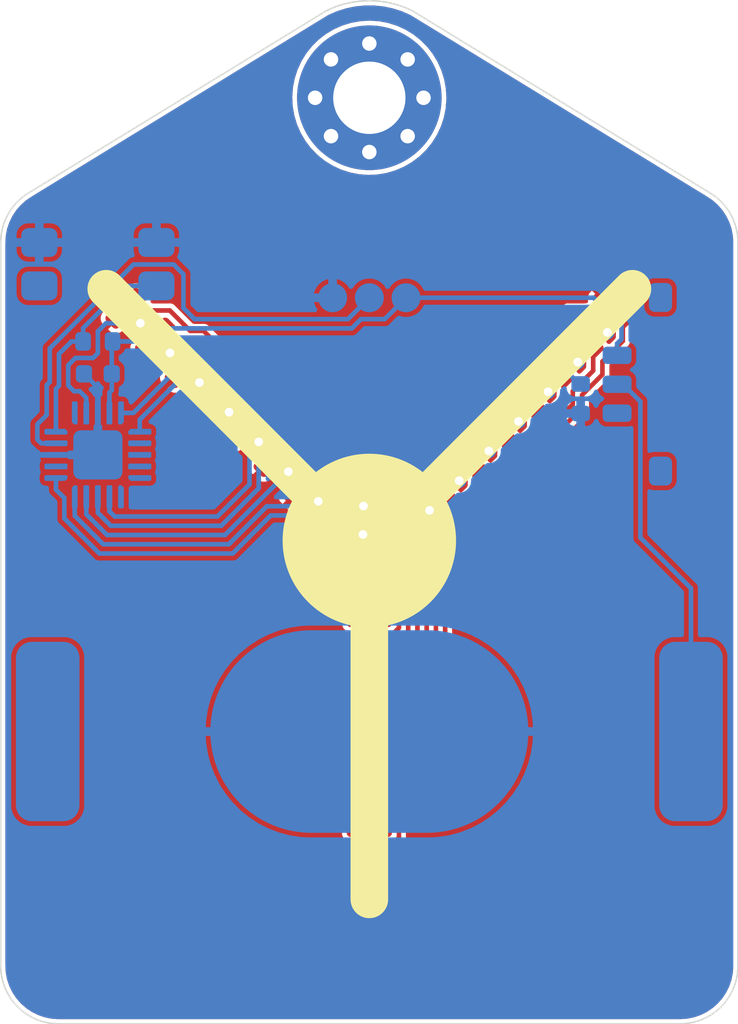
<source format=kicad_pcb>
(kicad_pcb (version 20210722) (generator pcbnew)
  (title_block (title "Flux Condenser") (date "2021-06-25") (rev "3A") (company "Curious Minds Development | Hojadurdy Durdygylyjov") (comment 1 "Mini version of Flux Capacitor from Back to the Future") (comment 2 "CC Attribution-ShareAlike 4.0 International"))
  (layers (0 "F.Cu" signal) (31 "B.Cu" signal) (34 "B.Paste" user) (35 "F.Paste" user) (36 "B.SilkS" user "B.Silkscreen") (37 "F.SilkS" user "F.Silkscreen") (38 "B.Mask" user) (39 "F.Mask" user) (44 "Edge.Cuts" user))
  (net 0 "")
  (net 1 "Net-(BT1-Pad1)")
  (net 2 "GND")
  (net 3 "VDD")
  (net 4 "CLR")
  (net 5 "LED1")
  (net 6 "LED2")
  (net 7 "LED3")
  (net 8 "LED4")
  (net 9 "LED5")
  (net 10 "LED6")
  (net 11 "LED7")
  (net 12 "LED8")
  (net 13 "UPDI")
  (net 14 "BTN")
  (footprint "HDMod_LED_SMD:LED_0402_1005Metric" (layer "F.Cu") (at 151.175 88.275 -45)
    (fp_text reference "D31" hide)
    (fp_text value "TR1" hide)
  )
  (footprint "HDMod_LED_SMD:LED_0402_1005Metric" (layer "F.Cu") (at 148.1 91.35 -45)
    (fp_text reference "D34" hide)
    (fp_text value "TR4" hide)
  )
  (footprint "HDMod_LED_SMD:LED_0402_1005Metric" (layer "F.Cu") (at 142.75 101.9)
    (fp_text reference "D25" hide)
    (fp_text value "BM5" hide)
  )
  (footprint "Footprints:Flux_Capacitor(F_SM)" (layer "F.Cu") (at 135.975 102.875)
    (fp_text reference "G***" hide)
    (fp_text value "LOGO" hide)
  )
  (footprint "svg2mod" (layer "F.Cu") (at 142.75 86.575)
    (fp_text reference "svg2mod" hide)
    (fp_text value "G***" hide)
  )
  (footprint "HDMod_LED_SMD:LED_0402_1005Metric" (layer "F.Cu") (at 146.05 93.4 -45)
    (fp_text reference "D36" hide)
    (fp_text value "TR6" hide)
  )
  (footprint "HDMod_LED_SMD:LED_0402_1005Metric" (layer "F.Cu") (at 142.75 97.55)
    (fp_text reference "D28" hide)
    (fp_text value "BM8" hide)
  )
  (footprint "HDMod_LED_SMD:LED_0402_1005Metric" (layer "F.Cu") (at 142.75 107.7)
    (fp_text reference "D21" hide)
    (fp_text value "BM1" hide)
  )
  (footprint "HDMod_LED_SMD:LED_0402_1005Metric" (layer "F.Cu") (at 139.45 93.4 45)
    (fp_text reference "D16" hide)
    (fp_text value "TL6" hide)
  )
  (footprint "HDMod_LED_SMD:LED_0402_1005Metric" (layer "F.Cu") (at 142.75 103.35)
    (fp_text reference "D24" hide)
    (fp_text value "BM4" hide)
  )
  (footprint "Footprints:DeLorean(F_SM)" (layer "F.Cu") (at 149.775 102.525)
    (fp_text reference "G***" hide)
    (fp_text value "LOGO" hide)
  )
  (footprint "HDMod_LED_SMD:LED_0402_1005Metric" (layer "F.Cu") (at 135.35 89.3 45)
    (fp_text reference "D12" hide)
    (fp_text value "TL2" hide)
  )
  (footprint "HDMod_LED_SMD:LED_0402_1005Metric" (layer "F.Cu") (at 134.325 88.275 45)
    (fp_text reference "D11" hide)
    (fp_text value "TL1" hide)
  )
  (footprint "HDMod_LED_SMD:LED_0402_1005Metric" (layer "F.Cu") (at 136.375 90.325 45)
    (fp_text reference "D13" hide)
    (fp_text value "TL3" hide)
  )
  (footprint "HDMod_LED_SMD:LED_0402_1005Metric" (layer "F.Cu") (at 142.75 104.8)
    (fp_text reference "D23" hide)
    (fp_text value "BM3" hide)
  )
  (footprint "HDMod_LED_SMD:LED_0402_1005Metric" (layer "F.Cu") (at 149.125 90.325 -45)
    (fp_text reference "D33" hide)
    (fp_text value "TR3" hide)
  )
  (footprint "HDMod_LED_SMD:LED_0402_1005Metric" (layer "F.Cu") (at 144 95.45 -45)
    (fp_text reference "D38" hide)
    (fp_text value "TR8" hide)
  )
  (footprint "HDMod_LED_SMD:LED_0402_1005Metric" (layer "F.Cu") (at 145.025 94.425 -45)
    (fp_text reference "D37" hide)
    (fp_text value "TR7" hide)
  )
  (footprint "HDMod_LED_SMD:LED_0402_1005Metric" (layer "F.Cu") (at 138.425 92.375 45)
    (fp_text reference "D15" hide)
    (fp_text value "TL5" hide)
  )
  (footprint "HDMod_LED_SMD:LED_0402_1005Metric" (layer "F.Cu") (at 150.15 89.3 -45)
    (fp_text reference "D32" hide)
    (fp_text value "TR2" hide)
  )
  (footprint "HDMod_LED_SMD:LED_0402_1005Metric" (layer "F.Cu") (at 142.75 106.25)
    (fp_text reference "D22" hide)
    (fp_text value "BM2" hide)
  )
  (footprint "HDMod_LED_SMD:LED_0402_1005Metric" (layer "F.Cu") (at 140.475 94.425 45)
    (fp_text reference "D17" hide)
    (fp_text value "TL7" hide)
  )
  (footprint "HDMod_LED_SMD:LED_0402_1005Metric" (layer "F.Cu") (at 137.4 91.35 45)
    (fp_text reference "D14" hide)
    (fp_text value "TL4" hide)
  )
  (footprint "HDMod_LED_SMD:LED_0402_1005Metric" (layer "F.Cu") (at 142.75 99)
    (fp_text reference "D27" hide)
    (fp_text value "BM7" hide)
  )
  (footprint "MountingHole:MountingHole_2.5mm_Pad_Via" (layer "F.Cu") (at 142.75 81)
    (fp_text reference "REF**" hide)
    (fp_text value "MountingHole_2.5mm_Pad_Via" hide)
  )
  (footprint "HDMod_LED_SMD:LED_0402_1005Metric" (layer "F.Cu") (at 147.075 92.375 -45)
    (fp_text reference "D35" hide)
    (fp_text value "TR5" hide)
  )
  (footprint "HDMod_LED_SMD:LED_0402_1005Metric" (layer "F.Cu") (at 141.5 95.45 45)
    (fp_text reference "D18" hide)
    (fp_text value "TL8" hide)
  )
  (footprint "HDMod_LED_SMD:LED_0402_1005Metric" (layer "F.Cu") (at 142.75 100.45)
    (fp_text reference "D26" hide)
    (fp_text value "BM6" hide)
  )
  (footprint "svg2mod" (layer "B.Cu") (at 154.7 88.6 90)
    (fp_text reference "svg2mod" hide)
    (fp_text value "G***" hide)
  )
  (footprint "svg2mod" (layer "B.Cu") (at 142.75 85.47 180)
    (fp_text reference "svg2mod" hide)
    (fp_text value "G***" hide)
  )
  (footprint "HDMod_Battery_Holder_SMD:CR2032_Metal_Battery_Holder" (layer "B.Cu") (at 142.75 102.9 180)
    (fp_text reference "BT1")
    (fp_text value "CR2032")
  )
  (footprint "HDMod_DFN_QFN:VQFN-20-1EP_3x3mm_P0.4mm_EP1.7x1.7mm" (layer "B.Cu") (at 133.36 93.34 -90)
    (fp_text reference "U1" hide)
    (fp_text value "ATtiny816-M" hide)
  )
  (footprint "HDMod_Switch_SMD:SW_Push_KH" (layer "B.Cu") (at 133.36 86.75 180)
    (fp_text reference "SW2" hide)
    (fp_text value "Button" hide)
  )
  (footprint "HDMod_Resistor_SMD:R_0402_1005Metric" (layer "B.Cu") (at 150.06 91.4 -90)
    (fp_text reference "R2" hide)
    (fp_text value "510" hide)
  )
  (footprint "HDMod_Switch_SMD:SSAJ120100" (layer "B.Cu") (at 152.82 90.9 -90)
    (fp_text reference "SW1")
    (fp_text value "On/Off" hide)
  )
  (footprint "HDMod_Resistor_SMD:R_0402_1005Metric" (layer "B.Cu") (at 133.36 89.42 180)
    (fp_text reference "R1" hide)
    (fp_text value "10K" hide)
  )
  (footprint "HDMod_Capacitor_SMD:C_0402_1005Metric" (layer "B.Cu") (at 133.36 90.54 180)
    (fp_text reference "C1" hide)
    (fp_text value "100nF" hide)
  )
  (footprint "svg2mod" (layer "B.Cu") (at 133.36 84.69 180)
    (fp_text reference "svg2mod" hide)
    (fp_text value "G***" hide)
  )
  (footprint "svg2mod" (layer "B.Cu") (at 154.7 93.5 90)
    (fp_text reference "svg2mod" hide)
    (fp_text value "G***" hide)
  )
  (footprint "HDMod_Testing_and_Programming_PAD:PogoPad_1x03_P1.27mm" (layer "B.Cu") (at 142.75 87.91 180)
    (fp_text reference "J1" hide)
    (fp_text value "UPDI_PAD" hide)
  )
  (gr_line (start 142.85 96.6) (end 151.85 87.6) (layer "F.SilkS") (width 1.3))
  (gr_circle (center 142.75 96.3) (end 143.25 96.3) (layer "F.SilkS") (width 2.5) (fill none))
  (gr_line (start 142.75 108.7) (end 142.75 96.6) (layer "F.SilkS") (width 1.3))
  (gr_line (start 142.65 96.6) (end 133.65 87.6) (layer "F.SilkS") (width 1.3))
  (gr_line (start 130 111) (end 130 86) (layer "Edge.Cuts") (width 0.05))
  (gr_arc (start 153.5 111) (end 153.5 113) (angle -90) (layer "Edge.Cuts") (width 0.05))
  (gr_line (start 141.25 78.000001) (end 130.98596 84.276132) (layer "Edge.Cuts") (width 0.05))
  (gr_line (start 154.51404 84.276132) (end 144.249999 78.000001) (layer "Edge.Cuts") (width 0.05))
  (gr_arc (start 142.75 81) (end 144.249999 78.000001) (angle -53.13010235) (layer "Edge.Cuts") (width 0.05))
  (gr_arc (start 132 86) (end 130 86) (angle 59.53445508) (layer "Edge.Cuts") (width 0.05))
  (gr_line (start 155.5 86) (end 155.5 111) (layer "Edge.Cuts") (width 0.05))
  (gr_arc (start 132 111) (end 130 111) (angle -90) (layer "Edge.Cuts") (width 0.05))
  (gr_line (start 132 113) (end 153.5 113) (layer "Edge.Cuts") (width 0.05))
  (gr_arc (start 153.5 86) (end 155.5 86) (angle -59.53445508) (layer "Edge.Cuts") (width 0.05))
  (segment (start 153.875 97.95) (end 153.875 102.9) (width 0.16) (layer "B.Cu") (net 1))
  (segment (start 152.125 91.498531) (end 152.125 96.2) (width 0.16) (layer "B.Cu") (net 1))
  (segment (start 151.32 90.9) (end 151.526469 90.9) (width 0.16) (layer "B.Cu") (net 1))
  (segment (start 151.526469 90.9) (end 152.125 91.498531) (width 0.16) (layer "B.Cu") (net 1))
  (segment (start 152.125 96.2) (end 153.875 97.95) (width 0.16) (layer "B.Cu") (net 1))
  (segment (start 133.36 91.89) (end 133.36 91.02) (width 0.16) (layer "B.Cu") (net 2))
  (segment (start 133.36 91.02) (end 132.88 90.54) (width 0.16) (layer "B.Cu") (net 2))
  (segment (start 133.76 91.19) (end 133.84 91.11) (width 0.16) (layer "B.Cu") (net 3))
  (segment (start 151.32 89.9) (end 151.32 89.495231) (width 0.16) (layer "B.Cu") (net 3))
  (segment (start 135.375446 88.969031) (end 134.924477 89.42) (width 0.16) (layer "B.Cu") (net 3))
  (segment (start 144.02 87.91) (end 143.280489 88.649511) (width 0.16) (layer "B.Cu") (net 3))
  (segment (start 151.32 89.495231) (end 151.472818 89.342413) (width 0.16) (layer "B.Cu") (net 3))
  (segment (start 150.510337 87.91) (end 144.02 87.91) (width 0.16) (layer "B.Cu") (net 3))
  (segment (start 151.472818 89.342413) (end 151.472818 88.872481) (width 0.16) (layer "B.Cu") (net 3))
  (segment (start 134.924477 89.42) (end 133.87 89.42) (width 0.16) (layer "B.Cu") (net 3))
  (segment (start 133.84 91.11) (end 133.84 89.45) (width 0.16) (layer "B.Cu") (net 3))
  (segment (start 133.76 91.89) (end 133.76 91.19) (width 0.16) (layer "B.Cu") (net 3))
  (segment (start 142.142839 88.969031) (end 135.375446 88.969031) (width 0.16) (layer "B.Cu") (net 3))
  (segment (start 142.462359 88.649511) (end 142.142839 88.969031) (width 0.16) (layer "B.Cu") (net 3))
  (segment (start 133.84 89.45) (end 133.87 89.42) (width 0.16) (layer "B.Cu") (net 3))
  (segment (start 143.280489 88.649511) (end 142.462359 88.649511) (width 0.16) (layer "B.Cu") (net 3))
  (segment (start 151.472818 88.872481) (end 150.510337 87.91) (width 0.16) (layer "B.Cu") (net 3))
  (segment (start 143.657053 95.107053) (end 144.582053 95.107053) (width 0.16) (layer "F.Cu") (net 4))
  (segment (start 144.582053 95.107053) (end 144.732447 95.257447) (width 0.16) (layer "F.Cu") (net 4))
  (segment (start 146.732053 92.032053) (end 147.657053 92.032053) (width 0.16) (layer "F.Cu") (net 4))
  (segment (start 149.857447 90.132447) (end 149.958307 90.132447) (width 0.16) (layer "F.Cu") (net 4))
  (segment (start 144.682053 94.082053) (end 145.607053 94.082053) (width 0.16) (layer "F.Cu") (net 4))
  (segment (start 148.832447 91.157447) (end 148.933307 91.157447) (width 0.16) (layer "F.Cu") (net 4))
  (segment (start 148.682053 91.007053) (end 148.832447 91.157447) (width 0.16) (layer "F.Cu") (net 4))
  (segment (start 147.757053 91.007053) (end 148.682053 91.007053) (width 0.16) (layer "F.Cu") (net 4))
  (segment (start 146.782447 93.207447) (end 146.883307 93.207447) (width 0.16) (layer "F.Cu") (net 4))
  (segment (start 147.807447 92.182447) (end 147.908307 92.182447) (width 0.16) (layer "F.Cu") (net 4))
  (segment (start 144.732447 95.257447) (end 144.833307 95.257447) (width 0.16) (layer "F.Cu") (net 4))
  (segment (start 149.707053 89.982053) (end 149.857447 90.132447) (width 0.16) (layer "F.Cu") (net 4))
  (segment (start 145.757447 94.232447) (end 145.858307 94.232447) (width 0.16) (layer "F.Cu") (net 4))
  (segment (start 150.732053 88.957053) (end 150.882447 89.107447) (width 0.16) (layer "F.Cu") (net 4))
  (segment (start 150.882447 89.107447) (end 150.983307 89.107447) (width 0.16) (layer "F.Cu") (net 4))
  (segment (start 145.707053 93.057053) (end 146.632053 93.057053) (width 0.16) (layer "F.Cu") (net 4))
  (segment (start 148.782053 89.982053) (end 149.707053 89.982053) (width 0.16) (layer "F.Cu") (net 4))
  (segment (start 145.607053 94.082053) (end 145.757447 94.232447) (width 0.16) (layer "F.Cu") (net 4))
  (segment (start 146.632053 93.057053) (end 146.782447 93.207447) (width 0.16) (layer "F.Cu") (net 4))
  (segment (start 147.657053 92.032053) (end 147.807447 92.182447) (width 0.16) (layer "F.Cu") (net 4))
  (segment (start 149.807053 88.957053) (end 150.732053 88.957053) (width 0.16) (layer "F.Cu") (net 4))
  (via (at 142.53 96.09) (size 0.5) (drill 0.3) (layers "F.Cu" "B.Cu") (net 4))
  (via (at 148.933307 91.157447) (size 0.5) (drill 0.3) (layers "F.Cu" "B.Cu") (net 4))
  (via (at 146.883307 93.207447) (size 0.5) (drill 0.3) (layers "F.Cu" "B.Cu") (net 4))
  (via (at 145.858307 94.232447) (size 0.5) (drill 0.3) (layers "F.Cu" "B.Cu") (net 4))
  (via (at 147.908307 92.182447) (size 0.5) (drill 0.3) (layers "F.Cu" "B.Cu") (net 4))
  (via (at 150.983307 89.107447) (size 0.5) (drill 0.3) (layers "F.Cu" "B.Cu") (net 4))
  (via (at 149.958307 90.132447) (size 0.5) (drill 0.3) (layers "F.Cu" "B.Cu") (net 4))
  (via (at 144.833307 95.257447) (size 0.5) (drill 0.3) (layers "F.Cu" "B.Cu") (net 4))
  (segment (start 149.958307 90.132447) (end 149.605377 90.485377) (width 0.16) (layer "B.Cu") (net 4))
  (segment (start 150.983307 89.107447) (end 149.958307 90.132447) (width 0.16) (layer "B.Cu") (net 4))
  (segment (start 150.06 90.89) (end 150.01 90.89) (width 0.16) (layer "B.Cu") (net 4))
  (segment (start 150.01 90.89) (end 149.605377 90.485377) (width 0.16) (layer "B.Cu") (net 4))
  (segment (start 144.833307 95.257447) (end 144.000754 96.09) (width 0.16) (layer "B.Cu") (net 4))
  (segment (start 144.000754 96.09) (end 142.53 96.09) (width 0.16) (layer "B.Cu") (net 4))
  (segment (start 149.605377 90.485377) (end 144.833307 95.257447) (width 0.16) (layer "B.Cu") (net 4))
  (segment (start 143.775 106.567938) (end 143.235 107.107938) (width 0.16) (layer "F.Cu") (net 5))
  (segment (start 141.184877 91.8774) (end 141.635637 91.8774) (width 0.16) (layer "F.Cu") (net 5))
  (segment (start 136.554772 89.05588) (end 137.01775 89.05588) (width 0.16) (layer "F.Cu") (net 5))
  (segment (start 145.05308 101.297338) (end 144.73308 101.617338) (width 0.16) (layer "F.Cu") (net 5))
  (segment (start 135.085894 88.35) (end 135.848892 88.35) (width 0.16) (layer "F.Cu") (net 5))
  (segment (start 145.69164 98.662518) (end 145.3726 98.981558) (width 0.16) (layer "F.Cu") (net 5))
  (segment (start 149.401507 92.427233) (end 149.401507 92.879103) (width 0.16) (layer "F.Cu") (net 5))
  (segment (start 138.87644 90.46644) (end 139.32644 90.46644) (width 0.16) (layer "F.Cu") (net 5))
  (segment (start 148.696027 93.584583) (end 148.696027 94.036451) (width 0.16) (layer "F.Cu") (net 5))
  (segment (start 135.085894 88.35) (end 135.085894 88.534106) (width 0.16) (layer "F.Cu") (net 5))
  (segment (start 135.085894 88.534106) (end 134.83 88.79) (width 0.16) (layer "F.Cu") (net 5))
  (segment (start 145.473179 91.17232) (end 146.178661 90.46684) (width 0.16) (layer "F.Cu") (net 5))
  (segment (start 140.03192 91.17192) (end 140.479397 91.17192) (width 0.16) (layer "F.Cu") (net 5))
  (segment (start 147.77677 89.76136) (end 148.482251 89.05588) (width 0.16) (layer "F.Cu") (net 5))
  (segment (start 146.178661 90.46684) (end 146.630528 90.46684) (width 0.16) (layer "F.Cu") (net 5))
  (segment (start 148.91912 89.05588) (end 149.6246 88.3504) (width 0.16) (layer "F.Cu") (net 5))
  (segment (start 145.69164 97.94458) (end 145.69164 98.662518) (width 0.16) (layer "F.Cu") (net 5))
  (segment (start 141.635637 91.8774) (end 142.341119 92.58288) (width 0.16) (layer "F.Cu") (net 5))
  (segment (start 148.696027 94.036451) (end 147.990547 94.741931) (width 0.16) (layer "F.Cu") (net 5))
  (segment (start 150.2254 88.3504) (end 150.492947 88.617947) (width 0.16) (layer "F.Cu") (net 5))
  (segment (start 148.482251 89.05588) (end 148.91912 89.05588) (width 0.16) (layer "F.Cu") (net 5))
  (segment (start 145.3726 98.981558) (end 145.3726 99.979688) (width 0.16) (layer "F.Cu") (net 5))
  (segment (start 151.517947 88.617947) (end 151.517947 89.407053) (width 0.16) (layer "F.Cu") (net 5))
  (segment (start 150.492947 88.617947) (end 151.517947 88.617947) (width 0.16) (layer "F.Cu") (net 5))
  (segment (start 147.285067 95.899283) (end 147.285067 96.351153) (width 0.16) (layer "F.Cu") (net 5))
  (segment (start 143.775 105.569808) (end 143.775 106.567938) (width 0.16) (layer "F.Cu") (net 5))
  (segment (start 140.479397 91.17192) (end 141.184877 91.8774) (width 0.16) (layer "F.Cu") (net 5))
  (segment (start 143.235 107.107938) (end 143.235 107.7) (width 0.16) (layer "F.Cu") (net 5))
  (segment (start 137.72283 89.76096) (end 138.17096 89.76096) (width 0.16) (layer "F.Cu") (net 5))
  (segment (start 135.848892 88.35) (end 136.554772 89.05588) (width 0.16) (layer "F.Cu") (net 5))
  (segment (start 144.09452 105.250288) (end 143.775 105.569808) (width 0.16) (layer "F.Cu") (net 5))
  (segment (start 149.6246 88.3504) (end 150.2254 88.3504) (width 0.16) (layer "F.Cu") (net 5))
  (segment (start 150.106987 91.269883) (end 150.106987 91.721753) (width 0.16) (layer "F.Cu") (net 5))
  (segment (start 150.106987 91.721753) (end 149.401507 92.427233) (width 0.16) (layer "F.Cu") (net 5))
  (segment (start 150.812467 90.112533) (end 150.812467 90.564403) (width 0.16) (layer "F.Cu") (net 5))
  (segment (start 151.517947 89.407053) (end 150.812467 90.112533) (width 0.16) (layer "F.Cu") (net 5))
  (segment (start 145.021311 91.17232) (end 145.473179 91.17232) (width 0.16) (layer "F.Cu") (net 5))
  (segment (start 147.990547 94.741931) (end 147.990547 95.193803) (width 0.16) (layer "F.Cu") (net 5))
  (segment (start 147.990547 95.193803) (end 147.285067 95.899283) (width 0.16) (layer "F.Cu") (net 5))
  (segment (start 143.158881 92.58288) (end 143.863963 91.8778) (width 0.16) (layer "F.Cu") (net 5))
  (segment (start 147.33601 89.76136) (end 147.77677 89.76136) (width 0.16) (layer "F.Cu") (net 5))
  (segment (start 144.41356 102.934988) (end 144.41356 103.933118) (width 0.16) (layer "F.Cu") (net 5))
  (segment (start 150.812467 90.564403) (end 150.106987 91.269883) (width 0.16) (layer "F.Cu") (net 5))
  (segment (start 144.31583 91.8778) (end 145.021311 91.17232) (width 0.16) (layer "F.Cu") (net 5))
  (segment (start 149.401507 92.879103) (end 148.696027 93.584583) (width 0.16) (layer "F.Cu") (net 5))
  (segment (start 145.05308 100.299208) (end 145.05308 101.297338) (width 0.16) (layer "F.Cu") (net 5))
  (segment (start 144.41356 103.933118) (end 144.09452 104.252158) (width 0.16) (layer "F.Cu") (net 5))
  (segment (start 138.17096 89.76096) (end 138.87644 90.46644) (width 0.16) (layer "F.Cu") (net 5))
  (segment (start 144.73308 102.615468) (end 144.41356 102.934988) (width 0.16) (layer "F.Cu") (net 5))
  (segment (start 144.09452 104.252158) (end 144.09452 105.250288) (width 0.16) (layer "F.Cu") (net 5))
  (segment (start 145.3726 99.979688) (end 145.05308 100.299208) (width 0.16) (layer "F.Cu") (net 5))
  (segment (start 144.73308 101.617338) (end 144.73308 102.615468) (width 0.16) (layer "F.Cu") (net 5))
  (segment (start 142.341119 92.58288) (end 143.158881 92.58288) (width 0.16) (layer "F.Cu") (net 5))
  (segment (start 134.667947 87.932053) (end 135.085894 88.35) (width 0.16) (layer "F.Cu") (net 5))
  (segment (start 143.863963 91.8778) (end 144.31583 91.8778) (width 0.16) (layer "F.Cu") (net 5))
  (segment (start 147.285067 96.351153) (end 145.69164 97.94458) (width 0.16) (layer "F.Cu") (net 5))
  (segment (start 146.630528 90.46684) (end 147.33601 89.76136) (width 0.16) (layer "F.Cu") (net 5))
  (segment (start 139.32644 90.46644) (end 140.03192 91.17192) (width 0.16) (layer "F.Cu") (net 5))
  (segment (start 137.01775 89.05588) (end 137.72283 89.76096) (width 0.16) (layer "F.Cu") (net 5))
  (via (at 134.83 88.79) (size 0.5) (drill 0.3) (layers "F.Cu" "B.Cu") (net 5))
  (segment (start 132.335 90.241208) (end 132.335 90.94) (width 0.16) (layer "B.Cu") (net 5))
  (segment (start 132.535 91.14) (end 132.73 91.14) (width 0.16) (layer "B.Cu") (net 5))
  (segment (start 133.36 89.824752) (end 133.194752 89.99) (width 0.16) (layer "B.Cu") (net 5))
  (segment (start 132.96 91.37) (end 132.96 91.89) (width 0.16) (layer "B.Cu") (net 5))
  (segment (start 132.73 91.14) (end 132.96 91.37) (width 0.16) (layer "B.Cu") (net 5))
  (segment (start 132.586208 89.99) (end 132.335 90.241208) (width 0.16) (layer "B.Cu") (net 5))
  (segment (start 133.36 89.073278) (end 133.643278 88.79) (width 0.16) (layer "B.Cu") (net 5))
  (segment (start 133.643278 88.79) (end 134.83 88.79) (width 0.16) (layer "B.Cu") (net 5))
  (segment (start 133.194752 89.99) (end 132.586208 89.99) (width 0.16) (layer "B.Cu") (net 5))
  (segment (start 133.36 89.824752) (end 133.36 89.073278) (width 0.16) (layer "B.Cu") (net 5))
  (segment (start 132.335 90.94) (end 132.535 91.14) (width 0.16) (layer "B.Cu") (net 5))
  (segment (start 145.37212 98.530168) (end 145.05308 98.849208) (width 0.16) (layer "F.Cu") (net 6))
  (segment (start 148.6146 89.3754) (end 149.2004 89.3754) (width 0.16) (layer "F.Cu") (net 6))
  (segment (start 140.347047 91.49144) (end 141.052527 92.19692) (width 0.16) (layer "F.Cu") (net 6))
  (segment (start 139.895179 91.49144) (end 140.347047 91.49144) (width 0.16) (layer "F.Cu") (net 6))
  (segment (start 137.59048 90.08048) (end 138.032349 90.08048) (width 0.16) (layer "F.Cu") (net 6))
  (segment (start 139.189699 90.78596) (end 139.895179 91.49144) (width 0.16) (layer "F.Cu") (net 6))
  (segment (start 136.111294 89.3754) (end 136.8854 89.3754) (width 0.16) (layer "F.Cu") (net 6))
  (segment (start 148.376507 93.904101) (end 147.671027 94.609581) (width 0.16) (layer "F.Cu") (net 6))
  (segment (start 144.09404 103.800768) (end 143.775 104.119808) (width 0.16) (layer "F.Cu") (net 6))
  (segment (start 142.20877 92.9024) (end 143.29123 92.9024) (width 0.16) (layer "F.Cu") (net 6))
  (segment (start 144.41356 102.483118) (end 144.09404 102.802638) (width 0.16) (layer "F.Cu") (net 6))
  (segment (start 144.41356 101.484988) (end 144.41356 102.483118) (width 0.16) (layer "F.Cu") (net 6))
  (segment (start 149.787467 91.137533) (end 149.787467 91.589403) (width 0.16) (layer "F.Cu") (net 6))
  (segment (start 143.996312 92.19732) (end 144.44818 92.19732) (width 0.16) (layer "F.Cu") (net 6))
  (segment (start 148.376507 93.452233) (end 148.376507 93.904101) (width 0.16) (layer "F.Cu") (net 6))
  (segment (start 146.762878 90.78636) (end 147.468359 90.08088) (width 0.16) (layer "F.Cu") (net 6))
  (segment (start 147.468359 90.08088) (end 147.90912 90.08088) (width 0.16) (layer "F.Cu") (net 6))
  (segment (start 138.032349 90.08048) (end 138.73783 90.78596) (width 0.16) (layer "F.Cu") (net 6))
  (segment (start 136.11 89.559106) (end 135.854106 89.815) (width 0.16) (layer "F.Cu") (net 6))
  (segment (start 144.44818 92.19732) (end 145.15366 91.49184) (width 0.16) (layer "F.Cu") (net 6))
  (segment (start 150.492947 90.432053) (end 149.787467 91.137533) (width 0.16) (layer "F.Cu") (net 6))
  (segment (start 147.671027 94.609581) (end 147.671027 95.061453) (width 0.16) (layer "F.Cu") (net 6))
  (segment (start 145.37212 97.81223) (end 145.37212 98.530168) (width 0.16) (layer "F.Cu") (net 6))
  (segment (start 149.467947 89.642947) (end 150.492947 89.642947) (width 0.16) (layer "F.Cu") (net 6))
  (segment (start 144.73356 101.164988) (end 144.41356 101.484988) (width 0.16) (layer "F.Cu") (net 6))
  (segment (start 146.965547 95.766933) (end 146.965547 96.218803) (width 0.16) (layer "F.Cu") (net 6))
  (segment (start 143.775 105.117938) (end 143.235 105.657938) (width 0.16) (layer "F.Cu") (net 6))
  (segment (start 138.73783 90.78596) (end 139.189699 90.78596) (width 0.16) (layer "F.Cu") (net 6))
  (segment (start 144.09404 102.802638) (end 144.09404 103.800768) (width 0.16) (layer "F.Cu") (net 6))
  (segment (start 145.15366 91.49184) (end 145.605528 91.49184) (width 0.16) (layer "F.Cu") (net 6))
  (segment (start 144.73356 100.166858) (end 144.73356 101.164988) (width 0.16) (layer "F.Cu") (net 6))
  (segment (start 149.2004 89.3754) (end 149.467947 89.642947) (width 0.16) (layer "F.Cu") (net 6))
  (segment (start 143.775 104.119808) (end 143.775 105.117938) (width 0.16) (layer "F.Cu") (net 6))
  (segment (start 143.235 105.657938) (end 143.235 106.25) (width 0.16) (layer "F.Cu") (net 6))
  (segment (start 136.8854 89.3754) (end 137.59048 90.08048) (width 0.16) (layer "F.Cu") (net 6))
  (segment (start 147.90912 90.08088) (end 148.6146 89.3754) (width 0.16) (layer "F.Cu") (net 6))
  (segment (start 141.052527 92.19692) (end 141.503288 92.19692) (width 0.16) (layer "F.Cu") (net 6))
  (segment (start 146.31101 90.78636) (end 146.762878 90.78636) (width 0.16) (layer "F.Cu") (net 6))
  (segment (start 147.671027 95.061453) (end 146.965547 95.766933) (width 0.16) (layer "F.Cu") (net 6))
  (segment (start 150.492947 89.642947) (end 150.492947 90.432053) (width 0.16) (layer "F.Cu") (net 6))
  (segment (start 149.081987 92.746753) (end 148.376507 93.452233) (width 0.16) (layer "F.Cu") (net 6))
  (segment (start 146.965547 96.218803) (end 145.37212 97.81223) (width 0.16) (layer "F.Cu") (net 6))
  (segment (start 145.05308 98.849208) (end 145.05308 99.847338) (width 0.16) (layer "F.Cu") (net 6))
  (segment (start 136.11 89.375) (end 136.11 89.559106) (width 0.16) (layer "F.Cu") (net 6))
  (segment (start 143.29123 92.9024) (end 143.996312 92.19732) (width 0.16) (layer "F.Cu") (net 6))
  (segment (start 141.503288 92.19692) (end 142.20877 92.9024) (width 0.16) (layer "F.Cu") (net 6))
  (segment (start 149.787467 91.589403) (end 149.081987 92.294883) (width 0.16) (layer "F.Cu") (net 6))
  (segment (start 145.605528 91.49184) (end 146.31101 90.78636) (width 0.16) (layer "F.Cu") (net 6))
  (segment (start 149.081987 92.294883) (end 149.081987 92.746753) (width 0.16) (layer "F.Cu") (net 6))
  (segment (start 145.05308 99.847338) (end 144.73356 100.166858) (width 0.16) (layer "F.Cu") (net 6))
  (segment (start 136.111294 89.3754) (end 135.692947 88.957053) (width 0.16) (layer "F.Cu") (net 6))
  (via (at 135.854106 89.815) (size 0.5) (drill 0.3) (layers "F.Cu" "B.Cu") (net 6))
  (segment (start 135.854106 90.625894) (end 135.854106 89.815) (width 0.16) (layer "B.Cu") (net 6))
  (segment (start 134.16 91.89) (end 134.59 91.89) (width 0.16) (layer "B.Cu") (net 6))
  (segment (start 134.59 91.89) (end 135.854106 90.625894) (width 0.16) (layer "B.Cu") (net 6))
  (segment (start 144.128661 92.51684) (end 144.580528 92.51684) (width 0.16) (layer "F.Cu") (net 7))
  (segment (start 144.73356 99.714988) (end 144.41404 100.034508) (width 0.16) (layer "F.Cu") (net 7))
  (segment (start 145.0526 98.397818) (end 144.73356 98.716858) (width 0.16) (layer "F.Cu") (net 7))
  (segment (start 137.13 90.4) (end 137.13 90.584106) (width 0.16) (layer "F.Cu") (net 7))
  (segment (start 148.442947 90.667947) (end 149.467947 90.667947) (width 0.16) (layer "F.Cu") (net 7))
  (segment (start 144.09404 101.352638) (end 144.09404 102.350768) (width 0.16) (layer "F.Cu") (net 7))
  (segment (start 140.214698 91.81096) (end 140.92018 92.51644) (width 0.16) (layer "F.Cu") (net 7))
  (segment (start 140.92018 92.51644) (end 141.370939 92.51644) (width 0.16) (layer "F.Cu") (net 7))
  (segment (start 143.77452 102.670288) (end 143.77452 103.668418) (width 0.16) (layer "F.Cu") (net 7))
  (segment (start 144.41404 101.032638) (end 144.09404 101.352638) (width 0.16) (layer "F.Cu") (net 7))
  (segment (start 141.370939 92.51644) (end 142.076421 93.22192) (width 0.16) (layer "F.Cu") (net 7))
  (segment (start 145.286009 91.81136) (end 145.737878 91.81136) (width 0.16) (layer "F.Cu") (net 7))
  (segment (start 149.467947 91.457053) (end 148.762467 92.162533) (width 0.16) (layer "F.Cu") (net 7))
  (segment (start 137.13 90.584106) (end 136.874106 90.84) (width 0.16) (layer "F.Cu") (net 7))
  (segment (start 147.351507 94.477231) (end 147.351507 94.929103) (width 0.16) (layer "F.Cu") (net 7))
  (segment (start 147.600708 90.4004) (end 148.1754 90.4004) (width 0.16) (layer "F.Cu") (net 7))
  (segment (start 142.076421 93.22192) (end 143.423579 93.22192) (width 0.16) (layer "F.Cu") (net 7))
  (segment (start 148.1754 90.4004) (end 148.442947 90.667947) (width 0.16) (layer "F.Cu") (net 7))
  (segment (start 139.76283 91.81096) (end 140.214698 91.81096) (width 0.16) (layer "F.Cu") (net 7))
  (segment (start 148.762467 92.614403) (end 148.056987 93.319883) (width 0.16) (layer "F.Cu") (net 7))
  (segment (start 146.646027 96.086453) (end 145.0526 97.67988) (width 0.16) (layer "F.Cu") (net 7))
  (segment (start 145.0526 97.67988) (end 145.0526 98.397818) (width 0.16) (layer "F.Cu") (net 7))
  (segment (start 144.580528 92.51684) (end 145.286009 91.81136) (width 0.16) (layer "F.Cu") (net 7))
  (segment (start 148.056987 93.771751) (end 147.351507 94.477231) (width 0.16) (layer "F.Cu") (net 7))
  (segment (start 136.717947 89.982053) (end 137.135894 90.4) (width 0.16) (layer "F.Cu") (net 7))
  (segment (start 144.09404 102.350768) (end 143.77452 102.670288) (width 0.16) (layer "F.Cu") (net 7))
  (segment (start 144.41404 100.034508) (end 144.41404 101.032638) (width 0.16) (layer "F.Cu") (net 7))
  (segment (start 143.235 104.207938) (end 143.235 104.8) (width 0.16) (layer "F.Cu") (net 7))
  (segment (start 148.056987 93.319883) (end 148.056987 93.771751) (width 0.16) (layer "F.Cu") (net 7))
  (segment (start 143.77452 103.668418) (end 143.235 104.207938) (width 0.16) (layer "F.Cu") (net 7))
  (segment (start 144.73356 98.716858) (end 144.73356 99.714988) (width 0.16) (layer "F.Cu") (net 7))
  (segment (start 137.135894 90.4) (end 137.9 90.4) (width 0.16) (layer "F.Cu") (net 7))
  (segment (start 146.646027 95.634583) (end 146.646027 96.086453) (width 0.16) (layer "F.Cu") (net 7))
  (segment (start 143.423579 93.22192) (end 144.128661 92.51684) (width 0.16) (layer "F.Cu") (net 7))
  (segment (start 147.351507 94.929103) (end 146.646027 95.634583) (width 0.16) (layer "F.Cu") (net 7))
  (segment (start 145.737878 91.81136) (end 146.443359 91.10588) (width 0.16) (layer "F.Cu") (net 7))
  (segment (start 137.9 90.4) (end 138.60548 91.10548) (width 0.16) (layer "F.Cu") (net 7))
  (segment (start 149.467947 90.667947) (end 149.467947 91.457053) (width 0.16) (layer "F.Cu") (net 7))
  (segment (start 146.443359 91.10588) (end 146.895228 91.10588) (width 0.16) (layer "F.Cu") (net 7))
  (segment (start 139.057349 91.10548) (end 139.76283 91.81096) (width 0.16) (layer "F.Cu") (net 7))
  (segment (start 138.60548 91.10548) (end 139.057349 91.10548) (width 0.16) (layer "F.Cu") (net 7))
  (segment (start 148.762467 92.162533) (end 148.762467 92.614403) (width 0.16) (layer "F.Cu") (net 7))
  (segment (start 146.895228 91.10588) (end 147.600708 90.4004) (width 0.16) (layer "F.Cu") (net 7))
  (via (at 136.874106 90.84) (size 0.5) (drill 0.3) (layers "F.Cu" "B.Cu") (net 7))
  (segment (start 134.81 92.12187) (end 136.09187 90.84) (width 0.16) (layer "B.Cu") (net 7))
  (segment (start 134.81 92.54) (end 134.81 92.12187) (width 0.16) (layer "B.Cu") (net 7))
  (segment (start 136.09187 90.84) (end 136.874106 90.84) (width 0.16) (layer "B.Cu") (net 7))
  (segment (start 138.160894 91.425) (end 138.925 91.425) (width 0.16) (layer "F.Cu") (net 8))
  (segment (start 144.73308 97.54753) (end 144.73308 98.265468) (width 0.16) (layer "F.Cu") (net 8))
  (segment (start 141.944072 93.54144) (end 143.555928 93.54144) (width 0.16) (layer "F.Cu") (net 8))
  (segment (start 146.326507 95.502233) (end 146.326507 95.954103) (width 0.16) (layer "F.Cu") (net 8))
  (segment (start 143.77452 102.218418) (end 143.235 102.757938) (width 0.16) (layer "F.Cu") (net 8))
  (segment (start 144.26101 92.83636) (end 144.712878 92.83636) (width 0.16) (layer "F.Cu") (net 8))
  (segment (start 138.925 91.425) (end 139.63048 92.13048) (width 0.16) (layer "F.Cu") (net 8))
  (segment (start 138.155 91.425) (end 138.155 91.609106) (width 0.16) (layer "F.Cu") (net 8))
  (segment (start 148.442947 92.482053) (end 147.737467 93.187533) (width 0.16) (layer "F.Cu") (net 8))
  (segment (start 144.09452 100.900288) (end 143.77452 101.220288) (width 0.16) (layer "F.Cu") (net 8))
  (segment (start 144.09452 99.902158) (end 144.09452 100.900288) (width 0.16) (layer "F.Cu") (net 8))
  (segment (start 143.235 102.757938) (end 143.235 103.35) (width 0.16) (layer "F.Cu") (net 8))
  (segment (start 144.41404 99.582638) (end 144.09452 99.902158) (width 0.16) (layer "F.Cu") (net 8))
  (segment (start 147.1504 91.4254) (end 147.417947 91.692947) (width 0.16) (layer "F.Cu") (net 8))
  (segment (start 140.082349 92.13048) (end 140.78783 92.83596) (width 0.16) (layer "F.Cu") (net 8))
  (segment (start 145.418358 92.13088) (end 145.870228 92.13088) (width 0.16) (layer "F.Cu") (net 8))
  (segment (start 147.675 93.70187) (end 147.031987 94.344883) (width 0.16) (layer "F.Cu") (net 8))
  (segment (start 146.326507 95.954103) (end 144.73308 97.54753) (width 0.16) (layer "F.Cu") (net 8))
  (segment (start 143.77452 101.220288) (end 143.77452 102.218418) (width 0.16) (layer "F.Cu") (net 8))
  (segment (start 148.442947 91.692947) (end 148.442947 92.482053) (width 0.16) (layer "F.Cu") (net 8))
  (segment (start 146.575708 91.4254) (end 147.1504 91.4254) (width 0.16) (layer "F.Cu") (net 8))
  (segment (start 139.63048 92.13048) (end 140.082349 92.13048) (width 0.16) (layer "F.Cu") (net 8))
  (segment (start 147.737467 93.639402) (end 147.675 93.70187) (width 0.16) (layer "F.Cu") (net 8))
  (segment (start 147.031987 94.796753) (end 146.326507 95.502233) (width 0.16) (layer "F.Cu") (net 8))
  (segment (start 147.737467 93.187533) (end 147.737467 93.639402) (width 0.16) (layer "F.Cu") (net 8))
  (segment (start 137.742947 91.007053) (end 138.160894 91.425) (width 0.16) (layer "F.Cu") (net 8))
  (segment (start 144.712878 92.83636) (end 145.418358 92.13088) (width 0.16) (layer "F.Cu") (net 8))
  (segment (start 145.870228 92.13088) (end 146.575708 91.4254) (width 0.16) (layer "F.Cu") (net 8))
  (segment (start 147.031987 94.344883) (end 147.031987 94.796753) (width 0.16) (layer "F.Cu") (net 8))
  (segment (start 143.555928 93.54144) (end 144.26101 92.83636) (width 0.16) (layer "F.Cu") (net 8))
  (segment (start 144.73308 98.265468) (end 144.41404 98.584508) (width 0.16) (layer "F.Cu") (net 8))
  (segment (start 147.417947 91.692947) (end 148.442947 91.692947) (width 0.16) (layer "F.Cu") (net 8))
  (segment (start 144.41404 98.584508) (end 144.41404 99.582638) (width 0.16) (layer "F.Cu") (net 8))
  (segment (start 140.78783 92.83596) (end 141.23859 92.83596) (width 0.16) (layer "F.Cu") (net 8))
  (segment (start 141.23859 92.83596) (end 141.944072 93.54144) (width 0.16) (layer "F.Cu") (net 8))
  (segment (start 138.155 91.609106) (end 137.899106 91.865) (width 0.16) (layer "F.Cu") (net 8))
  (via (at 137.899106 91.865) (size 0.5) (drill 0.3) (layers "F.Cu" "B.Cu") (net 8))
  (segment (start 133.76 95.28813) (end 133.76 94.79) (width 0.16) (layer "B.Cu") (net 8))
  (segment (start 133.94187 95.47) (end 133.76 95.28813) (width 0.16) (layer "B.Cu") (net 8))
  (segment (start 137.899106 91.865) (end 138.434595 92.400489) (width 0.16) (layer "B.Cu") (net 8))
  (segment (start 138.604586 94.36078) (end 137.495366 95.47) (width 0.16) (layer "B.Cu") (net 8))
  (segment (start 138.604586 93.294957) (end 138.604586 94.36078) (width 0.16) (layer "B.Cu") (net 8))
  (segment (start 138.434595 92.400489) (end 138.434595 93.124966) (width 0.16) (layer "B.Cu") (net 8))
  (segment (start 137.495366 95.47) (end 133.94187 95.47) (width 0.16) (layer "B.Cu") (net 8))
  (segment (start 138.434595 93.124966) (end 138.604586 93.294957) (width 0.16) (layer "B.Cu") (net 8))
  (segment (start 144.09452 99.450288) (end 143.775 99.769808) (width 0.16) (layer "F.Cu") (net 9))
  (segment (start 143.775 100.767938) (end 143.235 101.307938) (width 0.16) (layer "F.Cu") (net 9))
  (segment (start 140.65548 93.15548) (end 141.106241 93.15548) (width 0.16) (layer "F.Cu") (net 9))
  (segment (start 141.106241 93.15548) (end 141.811722 93.86096) (width 0.16) (layer "F.Cu") (net 9))
  (segment (start 143.235 101.307938) (end 143.235 101.9) (width 0.16) (layer "F.Cu") (net 9))
  (segment (start 144.41356 98.133118) (end 144.09452 98.452158) (width 0.16) (layer "F.Cu") (net 9))
  (segment (start 146.006987 95.821753) (end 144.41356 97.41518) (width 0.16) (layer "F.Cu") (net 9))
  (segment (start 143.775 99.769808) (end 143.775 100.767938) (width 0.16) (layer "F.Cu") (net 9))
  (segment (start 146.712467 94.212533) (end 146.712467 94.664403) (width 0.16) (layer "F.Cu") (net 9))
  (segment (start 138.767947 92.032053) (end 139.185894 92.45) (width 0.16) (layer "F.Cu") (net 9))
  (segment (start 144.41356 97.41518) (end 144.41356 98.133118) (width 0.16) (layer "F.Cu") (net 9))
  (segment (start 144.845228 93.15588) (end 145.550708 92.4504) (width 0.16) (layer "F.Cu") (net 9))
  (segment (start 141.811722 93.86096) (end 143.688278 93.86096) (width 0.16) (layer "F.Cu") (net 9))
  (segment (start 145.550708 92.4504) (end 146.1254 92.4504) (width 0.16) (layer "F.Cu") (net 9))
  (segment (start 139.18 92.634106) (end 138.924106 92.89) (width 0.16) (layer "F.Cu") (net 9))
  (segment (start 146.712467 94.664403) (end 146.006987 95.369883) (width 0.16) (layer "F.Cu") (net 9))
  (segment (start 146.006987 95.369883) (end 146.006987 95.821753) (width 0.16) (layer "F.Cu") (net 9))
  (segment (start 144.09452 98.452158) (end 144.09452 99.450288) (width 0.16) (layer "F.Cu") (net 9))
  (segment (start 143.688278 93.86096) (end 144.393359 93.15588) (width 0.16) (layer "F.Cu") (net 9))
  (segment (start 144.393359 93.15588) (end 144.845228 93.15588) (width 0.16) (layer "F.Cu") (net 9))
  (segment (start 146.1254 92.4504) (end 146.392947 92.717947) (width 0.16) (layer "F.Cu") (net 9))
  (segment (start 147.417947 93.507053) (end 146.712467 94.212533) (width 0.16) (layer "F.Cu") (net 9))
  (segment (start 147.417947 92.717947) (end 147.417947 93.507053) (width 0.16) (layer "F.Cu") (net 9))
  (segment (start 139.18 92.45) (end 139.18 92.634106) (width 0.16) (layer "F.Cu") (net 9))
  (segment (start 139.95 92.45) (end 140.65548 93.15548) (width 0.16) (layer "F.Cu") (net 9))
  (segment (start 139.185894 92.45) (end 139.95 92.45) (width 0.16) (layer "F.Cu") (net 9))
  (segment (start 146.392947 92.717947) (end 147.417947 92.717947) (width 0.16) (layer "F.Cu") (net 9))
  (via (at 138.924106 92.89) (size 0.5) (drill 0.3) (layers "F.Cu" "B.Cu") (net 9))
  (segment (start 138.924106 94.49313) (end 138.924106 92.89) (width 0.16) (layer "B.Cu") (net 9))
  (segment (start 137.627716 95.78952) (end 138.924106 94.49313) (width 0.16) (layer "B.Cu") (net 9))
  (segment (start 133.36 95.34) (end 133.809521 95.78952) (width 0.16) (layer "B.Cu") (net 9))
  (segment (start 133.809521 95.78952) (end 137.627716 95.78952) (width 0.16) (layer "B.Cu") (net 9))
  (segment (start 133.36 94.79) (end 133.36 95.34) (width 0.16) (layer "B.Cu") (net 9))
  (segment (start 143.820628 94.18048) (end 144.525708 93.4754) (width 0.16) (layer "F.Cu") (net 10))
  (segment (start 143.775 98.319808) (end 143.775 99.317938) (width 0.16) (layer "F.Cu") (net 10))
  (segment (start 140.205 93.664106) (end 139.949106 93.92) (width 0.16) (layer "F.Cu") (net 10))
  (segment (start 145.1004 93.4754) (end 145.367947 93.742947) (width 0.16) (layer "F.Cu") (net 10))
  (segment (start 140.973892 93.475) (end 141.679372 94.18048) (width 0.16) (layer "F.Cu") (net 10))
  (segment (start 139.792947 93.057053) (end 140.210894 93.475) (width 0.16) (layer "F.Cu") (net 10))
  (segment (start 143.235 99.857938) (end 143.235 100.45) (width 0.16) (layer "F.Cu") (net 10))
  (segment (start 146.392947 93.742947) (end 146.392947 94.532053) (width 0.16) (layer "F.Cu") (net 10))
  (segment (start 145.687467 95.237533) (end 145.687467 95.689403) (width 0.16) (layer "F.Cu") (net 10))
  (segment (start 144.09404 98.000768) (end 143.775 98.319808) (width 0.16) (layer "F.Cu") (net 10))
  (segment (start 144.525708 93.4754) (end 145.1004 93.4754) (width 0.16) (layer "F.Cu") (net 10))
  (segment (start 145.687467 95.689403) (end 144.09404 97.28283) (width 0.16) (layer "F.Cu") (net 10))
  (segment (start 141.679372 94.18048) (end 143.820628 94.18048) (width 0.16) (layer "F.Cu") (net 10))
  (segment (start 143.775 99.317938) (end 143.235 99.857938) (width 0.16) (layer "F.Cu") (net 10))
  (segment (start 144.09404 97.28283) (end 144.09404 98.000768) (width 0.16) (layer "F.Cu") (net 10))
  (segment (start 140.210894 93.475) (end 140.973892 93.475) (width 0.16) (layer "F.Cu") (net 10))
  (segment (start 145.367947 93.742947) (end 146.392947 93.742947) (width 0.16) (layer "F.Cu") (net 10))
  (segment (start 140.205 93.48) (end 140.205 93.664106) (width 0.16) (layer "F.Cu") (net 10))
  (segment (start 146.392947 94.532053) (end 145.687467 95.237533) (width 0.16) (layer "F.Cu") (net 10))
  (via (at 139.949106 93.92) (size 0.5) (drill 0.3) (layers "F.Cu" "B.Cu") (net 10))
  (segment (start 132.96 94.79) (end 132.96 95.391869) (width 0.16) (layer "B.Cu") (net 10))
  (segment (start 137.760066 96.10904) (end 139.949106 93.92) (width 0.16) (layer "B.Cu") (net 10))
  (segment (start 132.96 95.391869) (end 133.677172 96.10904) (width 0.16) (layer "B.Cu") (net 10))
  (segment (start 133.677172 96.10904) (end 137.760066 96.10904) (width 0.16) (layer "B.Cu") (net 10))
  (segment (start 144.075 94.5) (end 144.342947 94.767947) (width 0.16) (layer "F.Cu") (net 11))
  (segment (start 141.235894 94.5) (end 144.075 94.5) (width 0.16) (layer "F.Cu") (net 11))
  (segment (start 145.367947 95.557053) (end 143.77452 97.15048) (width 0.16) (layer "F.Cu") (net 11))
  (segment (start 144.342947 94.767947) (end 145.367947 94.767947) (width 0.16) (layer "F.Cu") (net 11))
  (segment (start 143.77452 97.15048) (end 143.77452 97.868418) (width 0.16) (layer "F.Cu") (net 11))
  (segment (start 145.367947 94.767947) (end 145.367947 95.557053) (width 0.16) (layer "F.Cu") (net 11))
  (segment (start 143.235 98.407938) (end 143.235 99) (width 0.16) (layer "F.Cu") (net 11))
  (segment (start 141.24 94.689106) (end 140.984106 94.945) (width 0.16) (layer "F.Cu") (net 11))
  (segment (start 140.817947 94.082053) (end 141.235894 94.5) (width 0.16) (layer "F.Cu") (net 11))
  (segment (start 143.77452 97.868418) (end 143.235 98.407938) (width 0.16) (layer "F.Cu") (net 11))
  (segment (start 141.24 94.505) (end 141.24 94.689106) (width 0.16) (layer "F.Cu") (net 11))
  (via (at 140.984106 94.945) (size 0.5) (drill 0.3) (layers "F.Cu" "B.Cu") (net 11))
  (segment (start 132.56 95.443738) (end 133.544823 96.42856) (width 0.16) (layer "B.Cu") (net 11))
  (segment (start 137.892416 96.42856) (end 139.205986 95.114991) (width 0.16) (layer "B.Cu") (net 11))
  (segment (start 140.51 94.945) (end 140.984106 94.945) (width 0.16) (layer "B.Cu") (net 11))
  (segment (start 139.205986 95.114991) (end 140.340009 95.114991) (width 0.16) (layer "B.Cu") (net 11))
  (segment (start 133.544823 96.42856) (end 137.892416 96.42856) (width 0.16) (layer "B.Cu") (net 11))
  (segment (start 132.56 94.79) (end 132.56 95.443738) (width 0.16) (layer "B.Cu") (net 11))
  (segment (start 140.340009 95.114991) (end 140.51 94.945) (width 0.16) (layer "B.Cu") (net 11))
  (segment (start 142.547053 95.107053) (end 143.232947 95.792947) (width 0.16) (layer "F.Cu") (net 12))
  (segment (start 143.392947 95.792947) (end 144.342947 95.792947) (width 0.16) (layer "F.Cu") (net 12))
  (segment (start 143.232947 95.792947) (end 143.392947 95.792947) (width 0.16) (layer "F.Cu") (net 12))
  (segment (start 141.842947 95.107053) (end 142.547053 95.107053) (width 0.16) (layer "F.Cu") (net 12))
  (segment (start 143.235 95.792947) (end 143.392947 95.792947) (width 0.16) (layer "F.Cu") (net 12))
  (segment (start 143.235 97.55) (end 143.235 95.792947) (width 0.16) (layer "F.Cu") (net 12))
  (via (at 142.547053 95.107053) (size 0.5) (drill 0.3) (layers "F.Cu" "B.Cu") (net 12))
  (segment (start 132.2 95.535606) (end 133.412474 96.74808) (width 0.16) (layer "B.Cu") (net 12))
  (segment (start 132.2 94.83) (end 132.2 95.535606) (width 0.16) (layer "B.Cu") (net 12))
  (segment (start 138.024766 96.74808) (end 139.338335 95.434511) (width 0.16) (layer "B.Cu") (net 12))
  (segment (start 133.412474 96.74808) (end 138.024766 96.74808) (width 0.16) (layer "B.Cu") (net 12))
  (segment (start 131.91 94.14) (end 131.91 94.54) (width 0.16) (layer "B.Cu") (net 12))
  (segment (start 131.91 94.54) (end 132.2 94.83) (width 0.16) (layer "B.Cu") (net 12))
  (segment (start 141.522947 95.107053) (end 142.547053 95.107053) (width 0.16) (layer "B.Cu") (net 12))
  (segment (start 139.338335 95.434511) (end 141.195489 95.434511) (width 0.16) (layer "B.Cu") (net 12))
  (segment (start 141.195489 95.434511) (end 141.522947 95.107053) (width 0.16) (layer "B.Cu") (net 12))
  (segment (start 131.59048 91.95952) (end 131.26548 92.28452) (width 0.16) (layer "B.Cu") (net 13))
  (segment (start 136.704511 88.649511) (end 136.32 88.265) (width 0.16) (layer "B.Cu") (net 13))
  (segment (start 131.26548 92.28452) (end 131.26548 92.80548) (width 0.16) (layer "B.Cu") (net 13))
  (segment (start 142.75 87.91) (end 142.010489 88.649511) (width 0.16) (layer "B.Cu") (net 13))
  (segment (start 134.59452 86.76048) (end 134.17452 87.18048) (width 0.16) (layer "B.Cu") (net 13))
  (segment (start 135.98048 86.76048) (end 134.59452 86.76048) (width 0.16) (layer "B.Cu") (net 13))
  (segment (start 131.4 92.94) (end 131.91 92.94) (width 0.16) (layer "B.Cu") (net 13))
  (segment (start 134.17452 87.18048) (end 134.17452 87.18361) (width 0.16) (layer "B.Cu") (net 13))
  (segment (start 131.69596 89.66217) (end 131.69596 90.82217) (width 0.16) (layer "B.Cu") (net 13))
  (segment (start 142.010489 88.649511) (end 136.704511 88.649511) (width 0.16) (layer "B.Cu") (net 13))
  (segment (start 131.69596 90.82217) (end 131.59048 90.927651) (width 0.16) (layer "B.Cu") (net 13))
  (segment (start 131.59048 90.927651) (end 131.59048 91.95952) (width 0.16) (layer "B.Cu") (net 13))
  (segment (start 134.17452 87.18361) (end 131.69596 89.66217) (width 0.16) (layer "B.Cu") (net 13))
  (segment (start 136.32 87.1) (end 135.98048 86.76048) (width 0.16) (layer "B.Cu") (net 13))
  (segment (start 136.32 88.265) (end 136.32 87.1) (width 0.16) (layer "B.Cu") (net 13))
  (segment (start 131.26548 92.80548) (end 131.4 92.94) (width 0.16) (layer "B.Cu") (net 13))
  (segment (start 134.31 87.5) (end 135.385 87.5) (width 0.16) (layer "B.Cu") (net 14))
  (segment (start 132.01548 90.95452) (end 131.91 91.06) (width 0.16) (layer "B.Cu") (net 14))
  (segment (start 132.85 89.42) (end 132.45 89.42) (width 0.16) (layer "B.Cu") (net 14))
  (segment (start 132.01548 89.85452) (end 132.01548 90.95452) (width 0.16) (layer "B.Cu") (net 14))
  (segment (start 131.91 91.06) (end 131.91 92.54) (width 0.16) (layer "B.Cu") (net 14))
  (segment (start 132.85 88.96) (end 134.31 87.5) (width 0.16) (layer "B.Cu") (net 14))
  (segment (start 132.45 89.42) (end 132.01548 89.85452) (width 0.16) (layer "B.Cu") (net 14))
  (segment (start 132.85 89.42) (end 132.85 88.96) (width 0.16) (layer "B.Cu") (net 14))
  (zone (net 4) (net_name "CLR") (layer "F.Cu") (name "CLR") (priority 1) (connect_pads (clearance 0.16)) (min_thickness 0.16) (fill yes (thermal_gap 0.16) (thermal_bridge_width 0.161) (smoothing fillet))
    (polygon (pts (xy 142.43 77.66) (xy 142 77.73) (xy 141.62 77.84) (xy 141.26 77.99) (xy 141.01 78.15) (xy 131.04 84.24) (xy 130.775 84.42) (xy 130.59 84.58) (xy 130.435 84.75) (xy 130.285 84.97) (xy 130.135 85.27) (xy 130.035 85.61) (xy 130.005 85.89) (xy 130 86.2) (xy 130 111.09) (xy 130.025 111.325) (xy 130.075 111.55) (xy 130.175 111.825) (xy 130.35 112.125) (xy 130.555 112.38) (xy 130.775 112.58) (xy 131.095 112.78) (xy 131.31 112.875) (xy 131.525 112.94) (xy 131.85 113) (xy 132.275 113) (xy 153.055 113) (xy 153.53 113) (xy 153.9 112.96) (xy 154.29 112.84) (xy 154.62 112.66) (xy 154.88 112.45) (xy 155.1 112.2) (xy 155.26 111.95) (xy 155.37 111.7) (xy 155.45 111.44) (xy 155.49 111.19) (xy 155.5 110.98) (xy 155.5 85.92) (xy 155.46 85.59) (xy 155.36 85.25) (xy 155.24 85.01) (xy 155.06 84.75) (xy 154.86 84.53) (xy 154.61 84.34) (xy 154.37 84.19) (xy 144.28 78.02) (xy 144.04 77.9) (xy 143.54 77.74) (xy 143.2 77.68) (xy 142.83 77.65)))
  )
  (zone (net 2) (net_name "GND") (layer "B.Cu") (name "GND") (priority 1) (connect_pads (clearance 0.16)) (min_thickness 0.16) (fill yes (thermal_gap 0.16) (thermal_bridge_width 0.3) (smoothing fillet))
    (polygon (pts (xy 142.43 77.66) (xy 142 77.73) (xy 141.62 77.84) (xy 141.26 77.99) (xy 141.01 78.15) (xy 131.04 84.24) (xy 130.775 84.42) (xy 130.59 84.58) (xy 130.435 84.75) (xy 130.285 84.97) (xy 130.135 85.27) (xy 130.035 85.61) (xy 130.005 85.89) (xy 130 86.2) (xy 130 111.09) (xy 130.025 111.325) (xy 130.075 111.55) (xy 130.175 111.825) (xy 130.35 112.125) (xy 130.555 112.38) (xy 130.775 112.58) (xy 131.095 112.78) (xy 131.31 112.875) (xy 131.525 112.94) (xy 131.85 113) (xy 132.275 113) (xy 153.055 113) (xy 153.53 113) (xy 153.9 112.96) (xy 154.29 112.84) (xy 154.62 112.66) (xy 154.88 112.45) (xy 155.1 112.2) (xy 155.26 111.95) (xy 155.37 111.7) (xy 155.45 111.44) (xy 155.49 111.19) (xy 155.5 110.98) (xy 155.5 85.92) (xy 155.46 85.59) (xy 155.36 85.25) (xy 155.24 85.01) (xy 155.06 84.75) (xy 154.86 84.53) (xy 154.61 84.34) (xy 154.37 84.19) (xy 144.28 78.02) (xy 144.04 77.9) (xy 143.54 77.74) (xy 143.2 77.68) (xy 142.83 77.65)))
  )
)
</source>
